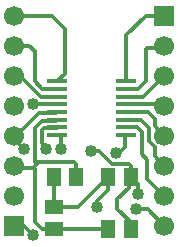
<source format=gtl>
G04 DipTrace 3.0.0.2*
G04 gerber_files.gtl*
%MOIN*%
G04 #@! TF.FileFunction,Copper,L1,Top*
G04 #@! TF.Part,Single*
G04 #@! TA.AperFunction,Conductor*
%ADD14C,0.012992*%
%ADD15R,0.059055X0.051181*%
%ADD16R,0.051181X0.059055*%
%ADD17R,0.070866X0.015748*%
G04 #@! TA.AperFunction,ComponentPad*
%ADD18R,0.066929X0.066929*%
%ADD19C,0.066929*%
G04 #@! TA.AperFunction,ViaPad*
%ADD20C,0.04*%
%FSLAX26Y26*%
G04*
G70*
G90*
G75*
G01*
G04 Top*
%LPD*%
X598892Y543984D2*
D14*
Y643974D1*
Y543984D2*
X680323D1*
X780312Y643974D1*
X467656Y781491D2*
X473937D1*
X548898Y856451D1*
X607514D1*
X611391Y860328D1*
X467656Y781491D2*
Y768961D1*
X498903Y737714D1*
X742627Y543984D2*
Y562732D1*
X780123Y600228D1*
Y643785D1*
X780312Y643974D1*
X598892Y469181D2*
X780123D1*
X780312Y468992D1*
X598892Y469181D2*
X561207D1*
X536399Y493990D1*
Y668971D1*
X530150Y675220D1*
X473927D1*
X467656Y681491D1*
X673696Y643974D2*
Y687908D1*
X667635Y693969D1*
X548898D1*
X530150Y675220D1*
X548898Y693969D2*
X536399D1*
Y806457D1*
X561396Y831454D1*
X608108D1*
X611391Y834738D1*
X855115Y468992D2*
Y493990D1*
X811370Y537735D1*
Y568982D1*
X848866Y606478D1*
Y637724D1*
X855115Y643974D1*
X723879Y731465D2*
X748877D1*
X792622Y687719D1*
X848866D1*
X855115Y681470D1*
Y643974D1*
X530150Y887698D2*
X609612D1*
X611391Y885919D1*
X880113Y587730D2*
Y618976D1*
X855115Y643974D1*
X467656Y1181491D2*
X592570D1*
X636388Y1137672D1*
Y987688D1*
X611391Y962690D1*
X467656Y1081491D2*
X517588D1*
X536399Y1062680D1*
Y962690D1*
X561396Y937693D1*
X610798D1*
X611391Y937100D1*
Y911509D2*
X556333D1*
X486352Y981491D1*
X467656D1*
X839738Y962690D2*
Y1116045D1*
X905110Y1181417D1*
X967444D1*
X967752Y1181726D1*
X839738Y937100D2*
X879520D1*
X905110Y962690D1*
Y1068929D1*
X911360Y1075178D1*
X961205D1*
X967752Y1081726D1*
X839738Y911509D2*
X897535D1*
X967752Y981726D1*
X839738Y885919D2*
X963559D1*
X967752Y881726D1*
X839738Y860328D2*
X913732D1*
X936357Y837703D1*
Y813121D1*
X967752Y781726D1*
X839738Y834738D2*
X889328D1*
X917609Y806457D1*
Y762711D1*
X936357Y743963D1*
Y713121D1*
X967752Y681726D1*
X839738Y809147D2*
X877423D1*
X892612Y793958D1*
Y718966D1*
X911360Y700218D1*
Y638118D1*
X967752Y581726D1*
X805121Y725215D2*
X817619D1*
X836367Y743963D1*
Y780178D1*
X839745Y783556D1*
X873864Y537735D2*
X911743D1*
X967752Y481726D1*
X573895Y737714D2*
Y743963D1*
X561396Y756462D1*
Y800207D1*
X567646Y806457D1*
X608701D1*
X611391Y809147D1*
X467656Y481491D2*
X498903D1*
X530150Y450244D1*
X623890Y737714D2*
Y783556D1*
X611391D1*
D20*
X805121Y725215D3*
X873864Y537735D3*
X530150Y450244D3*
X623890Y737714D3*
X742627Y543984D3*
X723879Y731465D3*
X880113Y587730D3*
X498903Y737714D3*
X530150Y887698D3*
X573895Y737714D3*
D15*
X598892Y543984D3*
Y469181D3*
D16*
Y643974D3*
X673696D3*
X855115Y468992D3*
X780312D3*
X855115Y643974D3*
X780312D3*
D17*
X611391Y962690D3*
Y937100D3*
Y911509D3*
Y885919D3*
Y860328D3*
Y834738D3*
Y809147D3*
Y783556D3*
X839745D3*
X839738Y809147D3*
Y834738D3*
Y860328D3*
Y885919D3*
Y911509D3*
Y937100D3*
Y962690D3*
D18*
X467656Y481491D3*
D19*
Y581491D3*
Y681491D3*
Y781491D3*
Y881491D3*
Y981491D3*
Y1081491D3*
Y1181491D3*
D18*
X967752Y1181726D3*
D19*
Y1081726D3*
Y981726D3*
Y881726D3*
Y781726D3*
Y681726D3*
Y581726D3*
Y481726D3*
M02*

</source>
